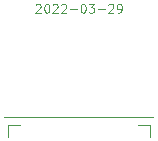
<source format=gbr>
%TF.GenerationSoftware,KiCad,Pcbnew,(6.0.9-0)*%
%TF.CreationDate,2022-11-28T09:52:27+00:00*%
%TF.ProjectId,Generic4,47656e65-7269-4633-942e-6b696361645f,1*%
%TF.SameCoordinates,Original*%
%TF.FileFunction,Legend,Top*%
%TF.FilePolarity,Positive*%
%FSLAX46Y46*%
G04 Gerber Fmt 4.6, Leading zero omitted, Abs format (unit mm)*
G04 Created by KiCad (PCBNEW (6.0.9-0)) date 2022-11-28 09:52:27*
%MOMM*%
%LPD*%
G01*
G04 APERTURE LIST*
%ADD10C,0.100000*%
%ADD11C,0.120000*%
G04 APERTURE END LIST*
D10*
%TO.C,U1*%
X96357142Y-40253964D02*
X96392857Y-40218250D01*
X96464285Y-40182535D01*
X96642857Y-40182535D01*
X96714285Y-40218250D01*
X96750000Y-40253964D01*
X96785714Y-40325392D01*
X96785714Y-40396821D01*
X96750000Y-40503964D01*
X96321428Y-40932535D01*
X96785714Y-40932535D01*
X97250000Y-40182535D02*
X97321428Y-40182535D01*
X97392857Y-40218250D01*
X97428571Y-40253964D01*
X97464285Y-40325392D01*
X97500000Y-40468250D01*
X97500000Y-40646821D01*
X97464285Y-40789678D01*
X97428571Y-40861107D01*
X97392857Y-40896821D01*
X97321428Y-40932535D01*
X97250000Y-40932535D01*
X97178571Y-40896821D01*
X97142857Y-40861107D01*
X97107142Y-40789678D01*
X97071428Y-40646821D01*
X97071428Y-40468250D01*
X97107142Y-40325392D01*
X97142857Y-40253964D01*
X97178571Y-40218250D01*
X97250000Y-40182535D01*
X97785714Y-40253964D02*
X97821428Y-40218250D01*
X97892857Y-40182535D01*
X98071428Y-40182535D01*
X98142857Y-40218250D01*
X98178571Y-40253964D01*
X98214285Y-40325392D01*
X98214285Y-40396821D01*
X98178571Y-40503964D01*
X97750000Y-40932535D01*
X98214285Y-40932535D01*
X98500000Y-40253964D02*
X98535714Y-40218250D01*
X98607142Y-40182535D01*
X98785714Y-40182535D01*
X98857142Y-40218250D01*
X98892857Y-40253964D01*
X98928571Y-40325392D01*
X98928571Y-40396821D01*
X98892857Y-40503964D01*
X98464285Y-40932535D01*
X98928571Y-40932535D01*
X99250000Y-40646821D02*
X99821428Y-40646821D01*
X100321428Y-40182535D02*
X100392857Y-40182535D01*
X100464285Y-40218250D01*
X100500000Y-40253964D01*
X100535714Y-40325392D01*
X100571428Y-40468250D01*
X100571428Y-40646821D01*
X100535714Y-40789678D01*
X100500000Y-40861107D01*
X100464285Y-40896821D01*
X100392857Y-40932535D01*
X100321428Y-40932535D01*
X100250000Y-40896821D01*
X100214285Y-40861107D01*
X100178571Y-40789678D01*
X100142857Y-40646821D01*
X100142857Y-40468250D01*
X100178571Y-40325392D01*
X100214285Y-40253964D01*
X100250000Y-40218250D01*
X100321428Y-40182535D01*
X100821428Y-40182535D02*
X101285714Y-40182535D01*
X101035714Y-40468250D01*
X101142857Y-40468250D01*
X101214285Y-40503964D01*
X101250000Y-40539678D01*
X101285714Y-40611107D01*
X101285714Y-40789678D01*
X101250000Y-40861107D01*
X101214285Y-40896821D01*
X101142857Y-40932535D01*
X100928571Y-40932535D01*
X100857142Y-40896821D01*
X100821428Y-40861107D01*
X101607142Y-40646821D02*
X102178571Y-40646821D01*
X102500000Y-40253964D02*
X102535714Y-40218250D01*
X102607142Y-40182535D01*
X102785714Y-40182535D01*
X102857142Y-40218250D01*
X102892857Y-40253964D01*
X102928571Y-40325392D01*
X102928571Y-40396821D01*
X102892857Y-40503964D01*
X102464285Y-40932535D01*
X102928571Y-40932535D01*
X103285714Y-40932535D02*
X103428571Y-40932535D01*
X103500000Y-40896821D01*
X103535714Y-40861107D01*
X103607142Y-40753964D01*
X103642857Y-40611107D01*
X103642857Y-40325392D01*
X103607142Y-40253964D01*
X103571428Y-40218250D01*
X103500000Y-40182535D01*
X103357142Y-40182535D01*
X103285714Y-40218250D01*
X103250000Y-40253964D01*
X103214285Y-40325392D01*
X103214285Y-40503964D01*
X103250000Y-40575392D01*
X103285714Y-40611107D01*
X103357142Y-40646821D01*
X103500000Y-40646821D01*
X103571428Y-40611107D01*
X103607142Y-40575392D01*
X103642857Y-40503964D01*
D11*
X93700000Y-49793250D02*
X106300000Y-49793250D01*
%TO.C,J2*%
X106000000Y-50440000D02*
X105000000Y-50440000D01*
X106000000Y-51440000D02*
X106000000Y-50440000D01*
X94000000Y-51440000D02*
X94000000Y-50440000D01*
X94000000Y-50440000D02*
X95000000Y-50440000D01*
%TD*%
M02*

</source>
